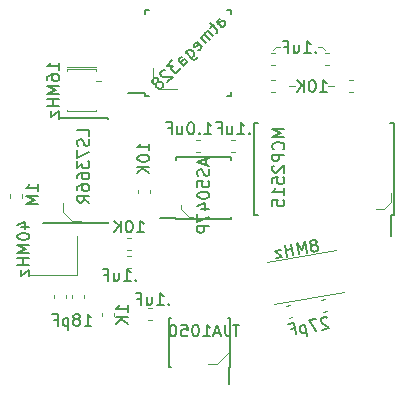
<source format=gbr>
G04 #@! TF.GenerationSoftware,KiCad,Pcbnew,(5.1.2)-2*
G04 #@! TF.CreationDate,2019-08-10T12:47:09-04:00*
G04 #@! TF.ProjectId,toyota-angle-sensor,746f796f-7461-42d6-916e-676c652d7365,rev?*
G04 #@! TF.SameCoordinates,Original*
G04 #@! TF.FileFunction,Legend,Bot*
G04 #@! TF.FilePolarity,Positive*
%FSLAX46Y46*%
G04 Gerber Fmt 4.6, Leading zero omitted, Abs format (unit mm)*
G04 Created by KiCad (PCBNEW (5.1.2)-2) date 2019-08-10 12:47:09*
%MOMM*%
%LPD*%
G04 APERTURE LIST*
%ADD10C,0.120000*%
%ADD11C,0.150000*%
G04 APERTURE END LIST*
D10*
X133096000Y-115062000D02*
X133477000Y-115062000D01*
X132842000Y-115316000D02*
X133096000Y-115062000D01*
X137033000Y-115062000D02*
X137287000Y-115316000D01*
X136652000Y-115062000D02*
X137033000Y-115062000D01*
X134747000Y-118364000D02*
X134239000Y-118364000D01*
X137541000Y-118364000D02*
X138049000Y-118364000D01*
D11*
X114752380Y-116927523D02*
X114752380Y-116356095D01*
X114752380Y-116641809D02*
X113752380Y-116641809D01*
X113895238Y-116546571D01*
X113990476Y-116451333D01*
X114038095Y-116356095D01*
X113752380Y-117784666D02*
X113752380Y-117594190D01*
X113800000Y-117498952D01*
X113847619Y-117451333D01*
X113990476Y-117356095D01*
X114180952Y-117308476D01*
X114561904Y-117308476D01*
X114657142Y-117356095D01*
X114704761Y-117403714D01*
X114752380Y-117498952D01*
X114752380Y-117689428D01*
X114704761Y-117784666D01*
X114657142Y-117832285D01*
X114561904Y-117879904D01*
X114323809Y-117879904D01*
X114228571Y-117832285D01*
X114180952Y-117784666D01*
X114133333Y-117689428D01*
X114133333Y-117498952D01*
X114180952Y-117403714D01*
X114228571Y-117356095D01*
X114323809Y-117308476D01*
X114752380Y-118308476D02*
X113752380Y-118308476D01*
X114466666Y-118641809D01*
X113752380Y-118975142D01*
X114752380Y-118975142D01*
X114752380Y-119451333D02*
X113752380Y-119451333D01*
X114228571Y-119451333D02*
X114228571Y-120022761D01*
X114752380Y-120022761D02*
X113752380Y-120022761D01*
X114085714Y-120403714D02*
X114085714Y-120927523D01*
X114752380Y-120403714D01*
X114752380Y-120927523D01*
D10*
X129032000Y-140970000D02*
X129159000Y-140843000D01*
X128905000Y-141097000D02*
X129032000Y-140970000D01*
X128143000Y-141859000D02*
X128905000Y-141097000D01*
X127381000Y-141859000D02*
X128143000Y-141859000D01*
X142240000Y-128778000D02*
X141605000Y-128778000D01*
X142875000Y-128143000D02*
X142240000Y-128778000D01*
X142875000Y-127381000D02*
X142875000Y-128143000D01*
X125095000Y-128778000D02*
X125095000Y-128397000D01*
X125730000Y-129413000D02*
X125095000Y-128778000D01*
X126111000Y-129413000D02*
X125730000Y-129413000D01*
X115062000Y-129032000D02*
X115062000Y-128270000D01*
X115824000Y-129794000D02*
X115062000Y-129032000D01*
X116586000Y-129794000D02*
X115824000Y-129794000D01*
X122682000Y-118110000D02*
X122682000Y-116840000D01*
X124714000Y-118618000D02*
X123190000Y-118618000D01*
D11*
X128524755Y-113364207D02*
X128154366Y-112993818D01*
X128120694Y-112892803D01*
X128154366Y-112791788D01*
X128289053Y-112657101D01*
X128390068Y-112623429D01*
X128491083Y-113330536D02*
X128592098Y-113296864D01*
X128760457Y-113128505D01*
X128794129Y-113027490D01*
X128760457Y-112926475D01*
X128693114Y-112859131D01*
X128592098Y-112825459D01*
X128491083Y-112859131D01*
X128322724Y-113027490D01*
X128221709Y-113061162D01*
X127817648Y-113128505D02*
X127548274Y-113397879D01*
X127480931Y-112993818D02*
X128087022Y-113599910D01*
X128120694Y-113700925D01*
X128087022Y-113801940D01*
X128019679Y-113869284D01*
X127783976Y-114104986D02*
X127312572Y-113633581D01*
X127379915Y-113700925D02*
X127312572Y-113700925D01*
X127211557Y-113734597D01*
X127110541Y-113835612D01*
X127076870Y-113936627D01*
X127110541Y-114037642D01*
X127480931Y-114408032D01*
X127110541Y-114037642D02*
X127009526Y-114003971D01*
X126908511Y-114037642D01*
X126807496Y-114138658D01*
X126773824Y-114239673D01*
X126807496Y-114340688D01*
X127177885Y-114711077D01*
X126538122Y-115283497D02*
X126639137Y-115249825D01*
X126773824Y-115115138D01*
X126807496Y-115014123D01*
X126773824Y-114913108D01*
X126504450Y-114643734D01*
X126403435Y-114610062D01*
X126302419Y-114643734D01*
X126167732Y-114778421D01*
X126134061Y-114879436D01*
X126167732Y-114980451D01*
X126235076Y-115047795D01*
X126639137Y-114778421D01*
X125460625Y-115485528D02*
X126033045Y-116057948D01*
X126134061Y-116091619D01*
X126201404Y-116091619D01*
X126302419Y-116057948D01*
X126403435Y-115956932D01*
X126437106Y-115855917D01*
X125898358Y-115923261D02*
X125999374Y-115889589D01*
X126134061Y-115754902D01*
X126167732Y-115653887D01*
X126167732Y-115586543D01*
X126134061Y-115485528D01*
X125932030Y-115283497D01*
X125831015Y-115249825D01*
X125763671Y-115249825D01*
X125662656Y-115283497D01*
X125527969Y-115418184D01*
X125494297Y-115519200D01*
X125292267Y-116596696D02*
X124921877Y-116226306D01*
X124888206Y-116125291D01*
X124921877Y-116024276D01*
X125056564Y-115889589D01*
X125157580Y-115855917D01*
X125258595Y-116563024D02*
X125359610Y-116529352D01*
X125527969Y-116360993D01*
X125561641Y-116259978D01*
X125527969Y-116158963D01*
X125460625Y-116091619D01*
X125359610Y-116057948D01*
X125258595Y-116091619D01*
X125090236Y-116259978D01*
X124989221Y-116293650D01*
X124315786Y-116158963D02*
X123878053Y-116596696D01*
X124383129Y-116630367D01*
X124282114Y-116731383D01*
X124248442Y-116832398D01*
X124248442Y-116899741D01*
X124282114Y-117000757D01*
X124450473Y-117169115D01*
X124551488Y-117202787D01*
X124618832Y-117202787D01*
X124719847Y-117169115D01*
X124921877Y-116967085D01*
X124955549Y-116866070D01*
X124955549Y-116798726D01*
X123676023Y-116933413D02*
X123608679Y-116933413D01*
X123507664Y-116967085D01*
X123339305Y-117135444D01*
X123305633Y-117236459D01*
X123305633Y-117303802D01*
X123339305Y-117404818D01*
X123406649Y-117472161D01*
X123541336Y-117539505D01*
X124349458Y-117539505D01*
X123911725Y-117977237D01*
X123103603Y-117977237D02*
X123137275Y-117876222D01*
X123137275Y-117808879D01*
X123103603Y-117707863D01*
X123069931Y-117674192D01*
X122968916Y-117640520D01*
X122901572Y-117640520D01*
X122800557Y-117674192D01*
X122665870Y-117808879D01*
X122632198Y-117909894D01*
X122632198Y-117977237D01*
X122665870Y-118078253D01*
X122699542Y-118111924D01*
X122800557Y-118145596D01*
X122867901Y-118145596D01*
X122968916Y-118111924D01*
X123103603Y-117977237D01*
X123204618Y-117943566D01*
X123271962Y-117943566D01*
X123372977Y-117977237D01*
X123507664Y-118111924D01*
X123541336Y-118212940D01*
X123541336Y-118280283D01*
X123507664Y-118381298D01*
X123372977Y-118515985D01*
X123271962Y-118549657D01*
X123204618Y-118549657D01*
X123103603Y-118515985D01*
X122968916Y-118381298D01*
X122935244Y-118280283D01*
X122935244Y-118212940D01*
X122968916Y-118111924D01*
D10*
X132302929Y-133245829D02*
X138213745Y-132203593D01*
X138838879Y-135748901D02*
X132928063Y-136791137D01*
X129313721Y-122870500D02*
X129639279Y-122870500D01*
X129313721Y-123890500D02*
X129639279Y-123890500D01*
X122590779Y-138178000D02*
X122265221Y-138178000D01*
X122590779Y-137158000D02*
X122265221Y-137158000D01*
X137576779Y-116588000D02*
X137251221Y-116588000D01*
X137576779Y-115568000D02*
X137251221Y-115568000D01*
X120487221Y-132713000D02*
X120812779Y-132713000D01*
X120487221Y-133733000D02*
X120812779Y-133733000D01*
X133004779Y-116588000D02*
X132679221Y-116588000D01*
X133004779Y-115568000D02*
X132679221Y-115568000D01*
X126329221Y-122870500D02*
X126654779Y-122870500D01*
X126329221Y-123890500D02*
X126654779Y-123890500D01*
X133990133Y-136940014D02*
X134310745Y-136883482D01*
X134167255Y-137944518D02*
X134487867Y-137887986D01*
X137408867Y-137379986D02*
X137088255Y-137436518D01*
X137231745Y-136375482D02*
X136911133Y-136432014D01*
X115318000Y-135981221D02*
X115318000Y-136306779D01*
X114298000Y-135981221D02*
X114298000Y-136306779D01*
X116842000Y-135981221D02*
X116842000Y-136306779D01*
X115822000Y-135981221D02*
X115822000Y-136306779D01*
X122430000Y-127091221D02*
X122430000Y-127416779D01*
X121410000Y-127091221D02*
X121410000Y-127416779D01*
X120487221Y-131189000D02*
X120812779Y-131189000D01*
X120487221Y-132209000D02*
X120812779Y-132209000D01*
X139608779Y-118874000D02*
X139283221Y-118874000D01*
X139608779Y-117854000D02*
X139283221Y-117854000D01*
X110615000Y-127797779D02*
X110615000Y-127472221D01*
X111635000Y-127797779D02*
X111635000Y-127472221D01*
X118362000Y-137830779D02*
X118362000Y-137505221D01*
X119382000Y-137830779D02*
X119382000Y-137505221D01*
X133004779Y-118874000D02*
X132679221Y-118874000D01*
X133004779Y-117854000D02*
X132679221Y-117854000D01*
D11*
X142860000Y-129224000D02*
X142860000Y-131049000D01*
X131210000Y-129224000D02*
X131210000Y-121474000D01*
X143110000Y-129224000D02*
X143110000Y-121474000D01*
X131210000Y-129224000D02*
X131555000Y-129224000D01*
X131210000Y-121474000D02*
X131555000Y-121474000D01*
X143110000Y-121474000D02*
X142765000Y-121474000D01*
X143110000Y-129224000D02*
X142860000Y-129224000D01*
D10*
X116300000Y-134365000D02*
X112300000Y-134365000D01*
X116300000Y-131065000D02*
X116300000Y-134365000D01*
X115449500Y-120481500D02*
X115449500Y-120331500D01*
X117849500Y-120481500D02*
X117849500Y-120331500D01*
X117849500Y-117931500D02*
X117849500Y-117881500D01*
X117849500Y-116881500D02*
X117849500Y-117031500D01*
X115449500Y-116881500D02*
X115449500Y-117031500D01*
X117449500Y-116681500D02*
X117849500Y-116681500D01*
X117449500Y-116881500D02*
X117849500Y-116881500D01*
X117449500Y-120481500D02*
X117849500Y-120481500D01*
X115449500Y-116681500D02*
X117449500Y-116681500D01*
X117849500Y-117931500D02*
X118249500Y-117931500D01*
X117449500Y-116881500D02*
X115449500Y-116881500D01*
X115449500Y-120481500D02*
X117449500Y-120481500D01*
D11*
X129144000Y-142130600D02*
X129144000Y-143530600D01*
X124044000Y-142130600D02*
X124044000Y-137980600D01*
X129194000Y-142130600D02*
X129194000Y-137980600D01*
X124044000Y-142130600D02*
X124189000Y-142130600D01*
X124044000Y-137980600D02*
X124189000Y-137980600D01*
X129194000Y-137980600D02*
X129049000Y-137980600D01*
X129194000Y-142130600D02*
X129144000Y-142130600D01*
X124675000Y-129500000D02*
X123325000Y-129500000D01*
X124675000Y-124375000D02*
X129325000Y-124375000D01*
X124675000Y-129625000D02*
X129325000Y-129625000D01*
X124675000Y-124375000D02*
X124675000Y-124600000D01*
X129325000Y-124375000D02*
X129325000Y-124600000D01*
X129325000Y-129625000D02*
X129325000Y-129400000D01*
X124675000Y-129625000D02*
X124675000Y-129500000D01*
X114765000Y-129926000D02*
X114765000Y-129901000D01*
X118915000Y-129926000D02*
X118915000Y-129811000D01*
X118915000Y-121026000D02*
X118915000Y-121141000D01*
X114765000Y-121026000D02*
X114765000Y-121141000D01*
X114765000Y-129926000D02*
X118915000Y-129926000D01*
X114765000Y-121026000D02*
X118915000Y-121026000D01*
X114765000Y-129901000D02*
X113390000Y-129901000D01*
X122041500Y-119131500D02*
X122041500Y-118906500D01*
X129291500Y-119131500D02*
X129291500Y-118806500D01*
X129291500Y-111881500D02*
X129291500Y-112206500D01*
X122041500Y-111881500D02*
X122041500Y-112206500D01*
X122041500Y-119131500D02*
X122366500Y-119131500D01*
X122041500Y-111881500D02*
X122366500Y-111881500D01*
X129291500Y-111881500D02*
X128966500Y-111881500D01*
X129291500Y-119131500D02*
X128966500Y-119131500D01*
X122041500Y-118906500D02*
X120616500Y-118906500D01*
X136401661Y-131764847D02*
X136487183Y-131701414D01*
X136525810Y-131646249D01*
X136556168Y-131544189D01*
X136547899Y-131497293D01*
X136484465Y-131411771D01*
X136429300Y-131373145D01*
X136327240Y-131342787D01*
X136139658Y-131375863D01*
X136054136Y-131439296D01*
X136015509Y-131494461D01*
X135985151Y-131596521D01*
X135993420Y-131643417D01*
X136056854Y-131728939D01*
X136112018Y-131767565D01*
X136214079Y-131797923D01*
X136401661Y-131764847D01*
X136503721Y-131795205D01*
X136558886Y-131833832D01*
X136622319Y-131919354D01*
X136655395Y-132106936D01*
X136625037Y-132208996D01*
X136586411Y-132264161D01*
X136500888Y-132327595D01*
X136313306Y-132360670D01*
X136211246Y-132330313D01*
X136156081Y-132291686D01*
X136092648Y-132206164D01*
X136059572Y-132018581D01*
X136089930Y-131916521D01*
X136128556Y-131861357D01*
X136214079Y-131797923D01*
X135703663Y-132468167D02*
X135530015Y-131483359D01*
X135325780Y-132244676D01*
X134873476Y-131599125D01*
X135047125Y-132583932D01*
X134578169Y-132666622D02*
X134404520Y-131681814D01*
X134487210Y-132150770D02*
X133924463Y-132249998D01*
X134015421Y-132765850D02*
X133841773Y-131781042D01*
X133524491Y-132175463D02*
X133008639Y-132266421D01*
X133640256Y-132832001D01*
X133124405Y-132922960D01*
X130833642Y-122307642D02*
X130786023Y-122355261D01*
X130833642Y-122402880D01*
X130881261Y-122355261D01*
X130833642Y-122307642D01*
X130833642Y-122402880D01*
X129833642Y-122402880D02*
X130405071Y-122402880D01*
X130119357Y-122402880D02*
X130119357Y-121402880D01*
X130214595Y-121545738D01*
X130309833Y-121640976D01*
X130405071Y-121688595D01*
X128976500Y-121736214D02*
X128976500Y-122402880D01*
X129405071Y-121736214D02*
X129405071Y-122260023D01*
X129357452Y-122355261D01*
X129262214Y-122402880D01*
X129119357Y-122402880D01*
X129024119Y-122355261D01*
X128976500Y-122307642D01*
X128166976Y-121879071D02*
X128500309Y-121879071D01*
X128500309Y-122402880D02*
X128500309Y-121402880D01*
X128024119Y-121402880D01*
X124039142Y-136755142D02*
X123991523Y-136802761D01*
X124039142Y-136850380D01*
X124086761Y-136802761D01*
X124039142Y-136755142D01*
X124039142Y-136850380D01*
X123039142Y-136850380D02*
X123610571Y-136850380D01*
X123324857Y-136850380D02*
X123324857Y-135850380D01*
X123420095Y-135993238D01*
X123515333Y-136088476D01*
X123610571Y-136136095D01*
X122182000Y-136183714D02*
X122182000Y-136850380D01*
X122610571Y-136183714D02*
X122610571Y-136707523D01*
X122562952Y-136802761D01*
X122467714Y-136850380D01*
X122324857Y-136850380D01*
X122229619Y-136802761D01*
X122182000Y-136755142D01*
X121372476Y-136326571D02*
X121705809Y-136326571D01*
X121705809Y-136850380D02*
X121705809Y-135850380D01*
X121229619Y-135850380D01*
X136485142Y-115419142D02*
X136437523Y-115466761D01*
X136485142Y-115514380D01*
X136532761Y-115466761D01*
X136485142Y-115419142D01*
X136485142Y-115514380D01*
X135485142Y-115514380D02*
X136056571Y-115514380D01*
X135770857Y-115514380D02*
X135770857Y-114514380D01*
X135866095Y-114657238D01*
X135961333Y-114752476D01*
X136056571Y-114800095D01*
X134628000Y-114847714D02*
X134628000Y-115514380D01*
X135056571Y-114847714D02*
X135056571Y-115371523D01*
X135008952Y-115466761D01*
X134913714Y-115514380D01*
X134770857Y-115514380D01*
X134675619Y-115466761D01*
X134628000Y-115419142D01*
X133818476Y-114990571D02*
X134151809Y-114990571D01*
X134151809Y-115514380D02*
X134151809Y-114514380D01*
X133675619Y-114514380D01*
X121245142Y-134723142D02*
X121197523Y-134770761D01*
X121245142Y-134818380D01*
X121292761Y-134770761D01*
X121245142Y-134723142D01*
X121245142Y-134818380D01*
X120245142Y-134818380D02*
X120816571Y-134818380D01*
X120530857Y-134818380D02*
X120530857Y-133818380D01*
X120626095Y-133961238D01*
X120721333Y-134056476D01*
X120816571Y-134104095D01*
X119388000Y-134151714D02*
X119388000Y-134818380D01*
X119816571Y-134151714D02*
X119816571Y-134675523D01*
X119768952Y-134770761D01*
X119673714Y-134818380D01*
X119530857Y-134818380D01*
X119435619Y-134770761D01*
X119388000Y-134723142D01*
X118578476Y-134294571D02*
X118911809Y-134294571D01*
X118911809Y-134818380D02*
X118911809Y-133818380D01*
X118435619Y-133818380D01*
X127039523Y-122402880D02*
X127610952Y-122402880D01*
X127325238Y-122402880D02*
X127325238Y-121402880D01*
X127420476Y-121545738D01*
X127515714Y-121640976D01*
X127610952Y-121688595D01*
X126610952Y-122307642D02*
X126563333Y-122355261D01*
X126610952Y-122402880D01*
X126658571Y-122355261D01*
X126610952Y-122307642D01*
X126610952Y-122402880D01*
X125944285Y-121402880D02*
X125849047Y-121402880D01*
X125753809Y-121450500D01*
X125706190Y-121498119D01*
X125658571Y-121593357D01*
X125610952Y-121783833D01*
X125610952Y-122021928D01*
X125658571Y-122212404D01*
X125706190Y-122307642D01*
X125753809Y-122355261D01*
X125849047Y-122402880D01*
X125944285Y-122402880D01*
X126039523Y-122355261D01*
X126087142Y-122307642D01*
X126134761Y-122212404D01*
X126182380Y-122021928D01*
X126182380Y-121783833D01*
X126134761Y-121593357D01*
X126087142Y-121498119D01*
X126039523Y-121450500D01*
X125944285Y-121402880D01*
X124753809Y-121736214D02*
X124753809Y-122402880D01*
X125182380Y-121736214D02*
X125182380Y-122260023D01*
X125134761Y-122355261D01*
X125039523Y-122402880D01*
X124896666Y-122402880D01*
X124801428Y-122355261D01*
X124753809Y-122307642D01*
X123944285Y-121879071D02*
X124277619Y-121879071D01*
X124277619Y-122402880D02*
X124277619Y-121402880D01*
X123801428Y-121402880D01*
X137429343Y-137953212D02*
X137374178Y-137914585D01*
X137272118Y-137884228D01*
X137037640Y-137925573D01*
X136952118Y-137989006D01*
X136913491Y-138044171D01*
X136883133Y-138146231D01*
X136899671Y-138240022D01*
X136971374Y-138372440D01*
X137633349Y-138835960D01*
X137023706Y-138943456D01*
X136521788Y-138016531D02*
X135865250Y-138132297D01*
X136460959Y-139042684D01*
X135547968Y-138526718D02*
X135721616Y-139511525D01*
X135556237Y-138573613D02*
X135454177Y-138543255D01*
X135266594Y-138576331D01*
X135181072Y-138639765D01*
X135142445Y-138694929D01*
X135112087Y-138796990D01*
X135161701Y-139078363D01*
X135225135Y-139163885D01*
X135280299Y-139202512D01*
X135382360Y-139232870D01*
X135569942Y-139199794D01*
X135655464Y-139136360D01*
X134353489Y-138882397D02*
X134681758Y-138824515D01*
X134772717Y-139340366D02*
X134599068Y-138355559D01*
X134130112Y-138438248D01*
X116895428Y-138628380D02*
X117466857Y-138628380D01*
X117181142Y-138628380D02*
X117181142Y-137628380D01*
X117276380Y-137771238D01*
X117371619Y-137866476D01*
X117466857Y-137914095D01*
X116324000Y-138056952D02*
X116419238Y-138009333D01*
X116466857Y-137961714D01*
X116514476Y-137866476D01*
X116514476Y-137818857D01*
X116466857Y-137723619D01*
X116419238Y-137676000D01*
X116324000Y-137628380D01*
X116133523Y-137628380D01*
X116038285Y-137676000D01*
X115990666Y-137723619D01*
X115943047Y-137818857D01*
X115943047Y-137866476D01*
X115990666Y-137961714D01*
X116038285Y-138009333D01*
X116133523Y-138056952D01*
X116324000Y-138056952D01*
X116419238Y-138104571D01*
X116466857Y-138152190D01*
X116514476Y-138247428D01*
X116514476Y-138437904D01*
X116466857Y-138533142D01*
X116419238Y-138580761D01*
X116324000Y-138628380D01*
X116133523Y-138628380D01*
X116038285Y-138580761D01*
X115990666Y-138533142D01*
X115943047Y-138437904D01*
X115943047Y-138247428D01*
X115990666Y-138152190D01*
X116038285Y-138104571D01*
X116133523Y-138056952D01*
X115514476Y-137961714D02*
X115514476Y-138961714D01*
X115514476Y-138009333D02*
X115419238Y-137961714D01*
X115228761Y-137961714D01*
X115133523Y-138009333D01*
X115085904Y-138056952D01*
X115038285Y-138152190D01*
X115038285Y-138437904D01*
X115085904Y-138533142D01*
X115133523Y-138580761D01*
X115228761Y-138628380D01*
X115419238Y-138628380D01*
X115514476Y-138580761D01*
X114276380Y-138104571D02*
X114609714Y-138104571D01*
X114609714Y-138628380D02*
X114609714Y-137628380D01*
X114133523Y-137628380D01*
X122372380Y-123769523D02*
X122372380Y-123198095D01*
X122372380Y-123483809D02*
X121372380Y-123483809D01*
X121515238Y-123388571D01*
X121610476Y-123293333D01*
X121658095Y-123198095D01*
X121372380Y-124388571D02*
X121372380Y-124483809D01*
X121420000Y-124579047D01*
X121467619Y-124626666D01*
X121562857Y-124674285D01*
X121753333Y-124721904D01*
X121991428Y-124721904D01*
X122181904Y-124674285D01*
X122277142Y-124626666D01*
X122324761Y-124579047D01*
X122372380Y-124483809D01*
X122372380Y-124388571D01*
X122324761Y-124293333D01*
X122277142Y-124245714D01*
X122181904Y-124198095D01*
X121991428Y-124150476D01*
X121753333Y-124150476D01*
X121562857Y-124198095D01*
X121467619Y-124245714D01*
X121420000Y-124293333D01*
X121372380Y-124388571D01*
X122372380Y-125150476D02*
X121372380Y-125150476D01*
X122372380Y-125721904D02*
X121800952Y-125293333D01*
X121372380Y-125721904D02*
X121943809Y-125150476D01*
X121340476Y-130721380D02*
X121911904Y-130721380D01*
X121626190Y-130721380D02*
X121626190Y-129721380D01*
X121721428Y-129864238D01*
X121816666Y-129959476D01*
X121911904Y-130007095D01*
X120721428Y-129721380D02*
X120626190Y-129721380D01*
X120530952Y-129769000D01*
X120483333Y-129816619D01*
X120435714Y-129911857D01*
X120388095Y-130102333D01*
X120388095Y-130340428D01*
X120435714Y-130530904D01*
X120483333Y-130626142D01*
X120530952Y-130673761D01*
X120626190Y-130721380D01*
X120721428Y-130721380D01*
X120816666Y-130673761D01*
X120864285Y-130626142D01*
X120911904Y-130530904D01*
X120959523Y-130340428D01*
X120959523Y-130102333D01*
X120911904Y-129911857D01*
X120864285Y-129816619D01*
X120816666Y-129769000D01*
X120721428Y-129721380D01*
X119959523Y-130721380D02*
X119959523Y-129721380D01*
X119388095Y-130721380D02*
X119816666Y-130149952D01*
X119388095Y-129721380D02*
X119959523Y-130292809D01*
X112974380Y-127222285D02*
X112974380Y-126650857D01*
X112974380Y-126936571D02*
X111974380Y-126936571D01*
X112117238Y-126841333D01*
X112212476Y-126746095D01*
X112260095Y-126650857D01*
X112974380Y-127650857D02*
X111974380Y-127650857D01*
X112688666Y-127984190D01*
X111974380Y-128317523D01*
X112974380Y-128317523D01*
X120594380Y-137453714D02*
X120594380Y-136882285D01*
X120594380Y-137168000D02*
X119594380Y-137168000D01*
X119737238Y-137072761D01*
X119832476Y-136977523D01*
X119880095Y-136882285D01*
X120594380Y-137882285D02*
X119594380Y-137882285D01*
X120594380Y-138453714D02*
X120022952Y-138025142D01*
X119594380Y-138453714D02*
X120165809Y-137882285D01*
X136834476Y-118816380D02*
X137405904Y-118816380D01*
X137120190Y-118816380D02*
X137120190Y-117816380D01*
X137215428Y-117959238D01*
X137310666Y-118054476D01*
X137405904Y-118102095D01*
X136215428Y-117816380D02*
X136120190Y-117816380D01*
X136024952Y-117864000D01*
X135977333Y-117911619D01*
X135929714Y-118006857D01*
X135882095Y-118197333D01*
X135882095Y-118435428D01*
X135929714Y-118625904D01*
X135977333Y-118721142D01*
X136024952Y-118768761D01*
X136120190Y-118816380D01*
X136215428Y-118816380D01*
X136310666Y-118768761D01*
X136358285Y-118721142D01*
X136405904Y-118625904D01*
X136453523Y-118435428D01*
X136453523Y-118197333D01*
X136405904Y-118006857D01*
X136358285Y-117911619D01*
X136310666Y-117864000D01*
X136215428Y-117816380D01*
X135453523Y-118816380D02*
X135453523Y-117816380D01*
X134882095Y-118816380D02*
X135310666Y-118244952D01*
X134882095Y-117816380D02*
X135453523Y-118387809D01*
X133802380Y-121983904D02*
X132802380Y-121983904D01*
X133516666Y-122317238D01*
X132802380Y-122650571D01*
X133802380Y-122650571D01*
X133707142Y-123698190D02*
X133754761Y-123650571D01*
X133802380Y-123507714D01*
X133802380Y-123412476D01*
X133754761Y-123269619D01*
X133659523Y-123174380D01*
X133564285Y-123126761D01*
X133373809Y-123079142D01*
X133230952Y-123079142D01*
X133040476Y-123126761D01*
X132945238Y-123174380D01*
X132850000Y-123269619D01*
X132802380Y-123412476D01*
X132802380Y-123507714D01*
X132850000Y-123650571D01*
X132897619Y-123698190D01*
X133802380Y-124126761D02*
X132802380Y-124126761D01*
X132802380Y-124507714D01*
X132850000Y-124602952D01*
X132897619Y-124650571D01*
X132992857Y-124698190D01*
X133135714Y-124698190D01*
X133230952Y-124650571D01*
X133278571Y-124602952D01*
X133326190Y-124507714D01*
X133326190Y-124126761D01*
X132897619Y-125079142D02*
X132850000Y-125126761D01*
X132802380Y-125222000D01*
X132802380Y-125460095D01*
X132850000Y-125555333D01*
X132897619Y-125602952D01*
X132992857Y-125650571D01*
X133088095Y-125650571D01*
X133230952Y-125602952D01*
X133802380Y-125031523D01*
X133802380Y-125650571D01*
X132802380Y-126555333D02*
X132802380Y-126079142D01*
X133278571Y-126031523D01*
X133230952Y-126079142D01*
X133183333Y-126174380D01*
X133183333Y-126412476D01*
X133230952Y-126507714D01*
X133278571Y-126555333D01*
X133373809Y-126602952D01*
X133611904Y-126602952D01*
X133707142Y-126555333D01*
X133754761Y-126507714D01*
X133802380Y-126412476D01*
X133802380Y-126174380D01*
X133754761Y-126079142D01*
X133707142Y-126031523D01*
X133802380Y-127555333D02*
X133802380Y-126983904D01*
X133802380Y-127269619D02*
X132802380Y-127269619D01*
X132945238Y-127174380D01*
X133040476Y-127079142D01*
X133088095Y-126983904D01*
X132802380Y-128460095D02*
X132802380Y-127983904D01*
X133278571Y-127936285D01*
X133230952Y-127983904D01*
X133183333Y-128079142D01*
X133183333Y-128317238D01*
X133230952Y-128412476D01*
X133278571Y-128460095D01*
X133373809Y-128507714D01*
X133611904Y-128507714D01*
X133707142Y-128460095D01*
X133754761Y-128412476D01*
X133802380Y-128317238D01*
X133802380Y-128079142D01*
X133754761Y-127983904D01*
X133707142Y-127936285D01*
X111545714Y-130294285D02*
X112212380Y-130294285D01*
X111164761Y-130056190D02*
X111879047Y-129818095D01*
X111879047Y-130437142D01*
X111212380Y-131008571D02*
X111212380Y-131103809D01*
X111260000Y-131199047D01*
X111307619Y-131246666D01*
X111402857Y-131294285D01*
X111593333Y-131341904D01*
X111831428Y-131341904D01*
X112021904Y-131294285D01*
X112117142Y-131246666D01*
X112164761Y-131199047D01*
X112212380Y-131103809D01*
X112212380Y-131008571D01*
X112164761Y-130913333D01*
X112117142Y-130865714D01*
X112021904Y-130818095D01*
X111831428Y-130770476D01*
X111593333Y-130770476D01*
X111402857Y-130818095D01*
X111307619Y-130865714D01*
X111260000Y-130913333D01*
X111212380Y-131008571D01*
X112212380Y-131770476D02*
X111212380Y-131770476D01*
X111926666Y-132103809D01*
X111212380Y-132437142D01*
X112212380Y-132437142D01*
X112212380Y-132913333D02*
X111212380Y-132913333D01*
X111688571Y-132913333D02*
X111688571Y-133484761D01*
X112212380Y-133484761D02*
X111212380Y-133484761D01*
X111545714Y-133865714D02*
X111545714Y-134389523D01*
X112212380Y-133865714D01*
X112212380Y-134389523D01*
X130000000Y-138517380D02*
X129428571Y-138517380D01*
X129714285Y-139517380D02*
X129714285Y-138517380D01*
X128809523Y-138517380D02*
X128809523Y-139231666D01*
X128857142Y-139374523D01*
X128952380Y-139469761D01*
X129095238Y-139517380D01*
X129190476Y-139517380D01*
X128380952Y-139231666D02*
X127904761Y-139231666D01*
X128476190Y-139517380D02*
X128142857Y-138517380D01*
X127809523Y-139517380D01*
X126952380Y-139517380D02*
X127523809Y-139517380D01*
X127238095Y-139517380D02*
X127238095Y-138517380D01*
X127333333Y-138660238D01*
X127428571Y-138755476D01*
X127523809Y-138803095D01*
X126333333Y-138517380D02*
X126238095Y-138517380D01*
X126142857Y-138565000D01*
X126095238Y-138612619D01*
X126047619Y-138707857D01*
X126000000Y-138898333D01*
X126000000Y-139136428D01*
X126047619Y-139326904D01*
X126095238Y-139422142D01*
X126142857Y-139469761D01*
X126238095Y-139517380D01*
X126333333Y-139517380D01*
X126428571Y-139469761D01*
X126476190Y-139422142D01*
X126523809Y-139326904D01*
X126571428Y-139136428D01*
X126571428Y-138898333D01*
X126523809Y-138707857D01*
X126476190Y-138612619D01*
X126428571Y-138565000D01*
X126333333Y-138517380D01*
X125095238Y-138517380D02*
X125571428Y-138517380D01*
X125619047Y-138993571D01*
X125571428Y-138945952D01*
X125476190Y-138898333D01*
X125238095Y-138898333D01*
X125142857Y-138945952D01*
X125095238Y-138993571D01*
X125047619Y-139088809D01*
X125047619Y-139326904D01*
X125095238Y-139422142D01*
X125142857Y-139469761D01*
X125238095Y-139517380D01*
X125476190Y-139517380D01*
X125571428Y-139469761D01*
X125619047Y-139422142D01*
X124428571Y-138517380D02*
X124333333Y-138517380D01*
X124238095Y-138565000D01*
X124190476Y-138612619D01*
X124142857Y-138707857D01*
X124095238Y-138898333D01*
X124095238Y-139136428D01*
X124142857Y-139326904D01*
X124190476Y-139422142D01*
X124238095Y-139469761D01*
X124333333Y-139517380D01*
X124428571Y-139517380D01*
X124523809Y-139469761D01*
X124571428Y-139422142D01*
X124619047Y-139326904D01*
X124666666Y-139136428D01*
X124666666Y-138898333D01*
X124619047Y-138707857D01*
X124571428Y-138612619D01*
X124523809Y-138565000D01*
X124428571Y-138517380D01*
X127166666Y-124515952D02*
X127166666Y-124992142D01*
X127452380Y-124420714D02*
X126452380Y-124754047D01*
X127452380Y-125087380D01*
X127404761Y-125373095D02*
X127452380Y-125515952D01*
X127452380Y-125754047D01*
X127404761Y-125849285D01*
X127357142Y-125896904D01*
X127261904Y-125944523D01*
X127166666Y-125944523D01*
X127071428Y-125896904D01*
X127023809Y-125849285D01*
X126976190Y-125754047D01*
X126928571Y-125563571D01*
X126880952Y-125468333D01*
X126833333Y-125420714D01*
X126738095Y-125373095D01*
X126642857Y-125373095D01*
X126547619Y-125420714D01*
X126500000Y-125468333D01*
X126452380Y-125563571D01*
X126452380Y-125801666D01*
X126500000Y-125944523D01*
X126452380Y-126849285D02*
X126452380Y-126373095D01*
X126928571Y-126325476D01*
X126880952Y-126373095D01*
X126833333Y-126468333D01*
X126833333Y-126706428D01*
X126880952Y-126801666D01*
X126928571Y-126849285D01*
X127023809Y-126896904D01*
X127261904Y-126896904D01*
X127357142Y-126849285D01*
X127404761Y-126801666D01*
X127452380Y-126706428D01*
X127452380Y-126468333D01*
X127404761Y-126373095D01*
X127357142Y-126325476D01*
X126452380Y-127515952D02*
X126452380Y-127611190D01*
X126500000Y-127706428D01*
X126547619Y-127754047D01*
X126642857Y-127801666D01*
X126833333Y-127849285D01*
X127071428Y-127849285D01*
X127261904Y-127801666D01*
X127357142Y-127754047D01*
X127404761Y-127706428D01*
X127452380Y-127611190D01*
X127452380Y-127515952D01*
X127404761Y-127420714D01*
X127357142Y-127373095D01*
X127261904Y-127325476D01*
X127071428Y-127277857D01*
X126833333Y-127277857D01*
X126642857Y-127325476D01*
X126547619Y-127373095D01*
X126500000Y-127420714D01*
X126452380Y-127515952D01*
X126785714Y-128706428D02*
X127452380Y-128706428D01*
X126404761Y-128468333D02*
X127119047Y-128230238D01*
X127119047Y-128849285D01*
X126452380Y-129135000D02*
X126452380Y-129801666D01*
X127452380Y-129373095D01*
X127452380Y-130182619D02*
X126452380Y-130182619D01*
X126452380Y-130563571D01*
X126500000Y-130658809D01*
X126547619Y-130706428D01*
X126642857Y-130754047D01*
X126785714Y-130754047D01*
X126880952Y-130706428D01*
X126928571Y-130658809D01*
X126976190Y-130563571D01*
X126976190Y-130182619D01*
X117292380Y-122523571D02*
X117292380Y-122047380D01*
X116292380Y-122047380D01*
X117244761Y-122809285D02*
X117292380Y-122952142D01*
X117292380Y-123190238D01*
X117244761Y-123285476D01*
X117197142Y-123333095D01*
X117101904Y-123380714D01*
X117006666Y-123380714D01*
X116911428Y-123333095D01*
X116863809Y-123285476D01*
X116816190Y-123190238D01*
X116768571Y-122999761D01*
X116720952Y-122904523D01*
X116673333Y-122856904D01*
X116578095Y-122809285D01*
X116482857Y-122809285D01*
X116387619Y-122856904D01*
X116340000Y-122904523D01*
X116292380Y-122999761D01*
X116292380Y-123237857D01*
X116340000Y-123380714D01*
X116292380Y-123714047D02*
X116292380Y-124380714D01*
X117292380Y-123952142D01*
X116292380Y-124666428D02*
X116292380Y-125285476D01*
X116673333Y-124952142D01*
X116673333Y-125095000D01*
X116720952Y-125190238D01*
X116768571Y-125237857D01*
X116863809Y-125285476D01*
X117101904Y-125285476D01*
X117197142Y-125237857D01*
X117244761Y-125190238D01*
X117292380Y-125095000D01*
X117292380Y-124809285D01*
X117244761Y-124714047D01*
X117197142Y-124666428D01*
X116292380Y-126142619D02*
X116292380Y-125952142D01*
X116340000Y-125856904D01*
X116387619Y-125809285D01*
X116530476Y-125714047D01*
X116720952Y-125666428D01*
X117101904Y-125666428D01*
X117197142Y-125714047D01*
X117244761Y-125761666D01*
X117292380Y-125856904D01*
X117292380Y-126047380D01*
X117244761Y-126142619D01*
X117197142Y-126190238D01*
X117101904Y-126237857D01*
X116863809Y-126237857D01*
X116768571Y-126190238D01*
X116720952Y-126142619D01*
X116673333Y-126047380D01*
X116673333Y-125856904D01*
X116720952Y-125761666D01*
X116768571Y-125714047D01*
X116863809Y-125666428D01*
X116292380Y-127095000D02*
X116292380Y-126904523D01*
X116340000Y-126809285D01*
X116387619Y-126761666D01*
X116530476Y-126666428D01*
X116720952Y-126618809D01*
X117101904Y-126618809D01*
X117197142Y-126666428D01*
X117244761Y-126714047D01*
X117292380Y-126809285D01*
X117292380Y-126999761D01*
X117244761Y-127095000D01*
X117197142Y-127142619D01*
X117101904Y-127190238D01*
X116863809Y-127190238D01*
X116768571Y-127142619D01*
X116720952Y-127095000D01*
X116673333Y-126999761D01*
X116673333Y-126809285D01*
X116720952Y-126714047D01*
X116768571Y-126666428D01*
X116863809Y-126618809D01*
X117292380Y-128190238D02*
X116816190Y-127856904D01*
X117292380Y-127618809D02*
X116292380Y-127618809D01*
X116292380Y-127999761D01*
X116340000Y-128095000D01*
X116387619Y-128142619D01*
X116482857Y-128190238D01*
X116625714Y-128190238D01*
X116720952Y-128142619D01*
X116768571Y-128095000D01*
X116816190Y-127999761D01*
X116816190Y-127618809D01*
M02*

</source>
